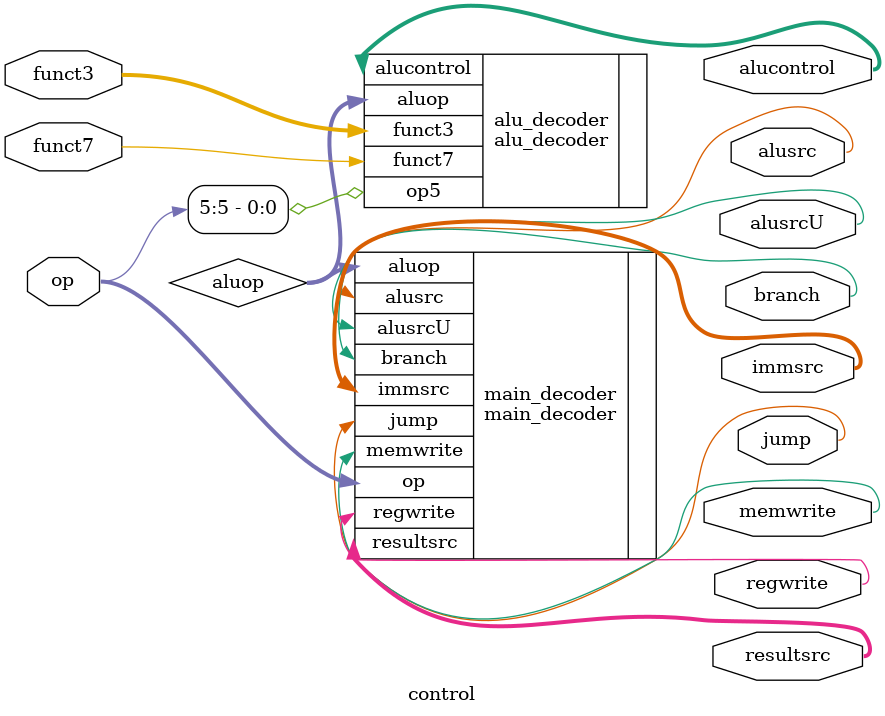
<source format=v>
module control(
    input           funct7,
    input   [2:0]   funct3,
    input   [6:0]   op,
    output          regwrite,
    output  [1:0]   resultsrc,
    output          memwrite,
    output          jump,
    output          branch,
    output  [3:0]   alucontrol,
    output          alusrc,
    output          alusrcU,
    output  [2:0]   immsrc
);

    wire    [1:0]   aluop;

    main_decoder main_decoder(
        .op(op),
        .branch(branch),
        .jump(jump),
        .resultsrc(resultsrc),
        .memwrite(memwrite),
        .alusrc(alusrc),
        .alusrcU(alusrcU),
        .immsrc(immsrc),
        .regwrite(regwrite),
        .aluop(aluop)
    );

    alu_decoder alu_decoder(
        .funct3(funct3),
        .funct7(funct7),
        .aluop(aluop),
        .op5(op[5]),
        .alucontrol(alucontrol)
    );

endmodule

</source>
